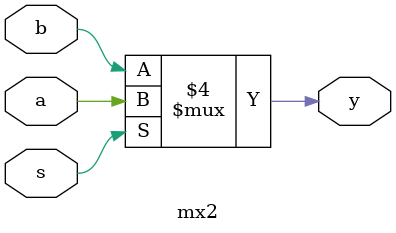
<source format=v>
module mx2(a, b, s, y); //1bits 2-to-1 MUX
  input a, b; 
  input s;
  output y;
  reg y;
  
  always@(a,b,s) begin
    if(s==0) begin
      y=b;
    end
    else begin
      y=a;
    end
  end
  
endmodule

</source>
